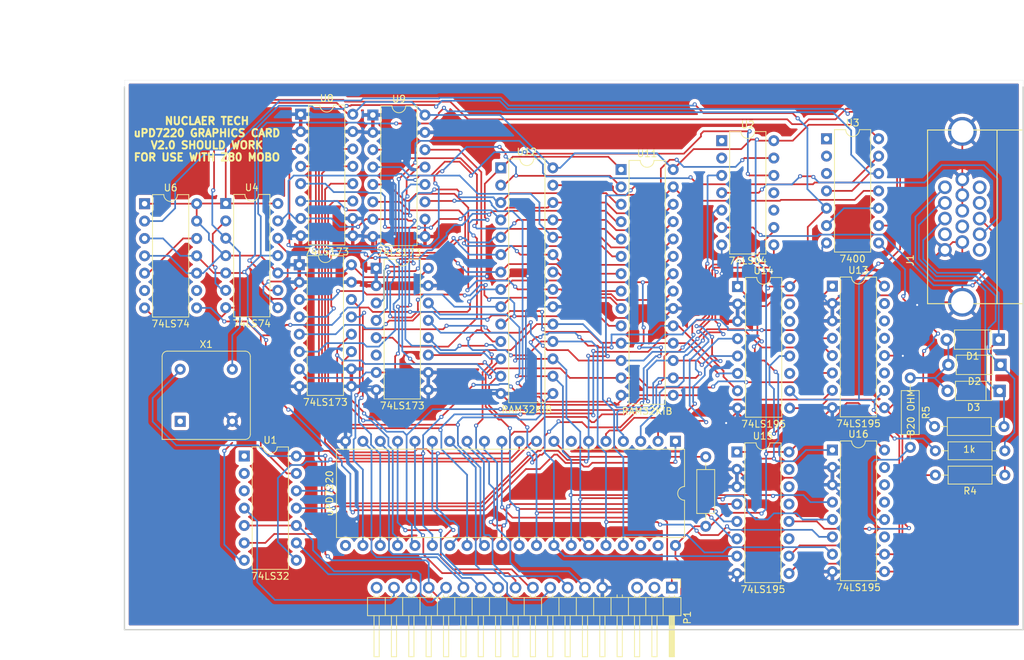
<source format=kicad_pcb>
(kicad_pcb (version 20211014) (generator pcbnew)

  (general
    (thickness 1.6)
  )

  (paper "A4")
  (layers
    (0 "F.Cu" signal)
    (31 "B.Cu" signal)
    (32 "B.Adhes" user "B.Adhesive")
    (33 "F.Adhes" user "F.Adhesive")
    (34 "B.Paste" user)
    (35 "F.Paste" user)
    (36 "B.SilkS" user "B.Silkscreen")
    (37 "F.SilkS" user "F.Silkscreen")
    (38 "B.Mask" user)
    (39 "F.Mask" user)
    (40 "Dwgs.User" user "User.Drawings")
    (41 "Cmts.User" user "User.Comments")
    (42 "Eco1.User" user "User.Eco1")
    (43 "Eco2.User" user "User.Eco2")
    (44 "Edge.Cuts" user)
    (45 "Margin" user)
    (46 "B.CrtYd" user "B.Courtyard")
    (47 "F.CrtYd" user "F.Courtyard")
    (48 "B.Fab" user)
    (49 "F.Fab" user)
  )

  (setup
    (pad_to_mask_clearance 0.2)
    (pcbplotparams
      (layerselection 0x00030f0_80000001)
      (disableapertmacros false)
      (usegerberextensions false)
      (usegerberattributes true)
      (usegerberadvancedattributes true)
      (creategerberjobfile true)
      (svguseinch false)
      (svgprecision 6)
      (excludeedgelayer true)
      (plotframeref false)
      (viasonmask false)
      (mode 1)
      (useauxorigin false)
      (hpglpennumber 1)
      (hpglpenspeed 20)
      (hpglpendiameter 15.000000)
      (dxfpolygonmode true)
      (dxfimperialunits true)
      (dxfusepcbnewfont true)
      (psnegative false)
      (psa4output false)
      (plotreference true)
      (plotvalue true)
      (plotinvisibletext false)
      (sketchpadsonfab false)
      (subtractmaskfromsilk false)
      (outputformat 1)
      (mirror false)
      (drillshape 0)
      (scaleselection 1)
      (outputdirectory "gerber2/")
    )
  )

  (net 0 "")
  (net 1 "Net-(D1-Pad1)")
  (net 2 "Net-(D1-Pad2)")
  (net 3 "Net-(D2-Pad1)")
  (net 4 "Net-(D3-Pad1)")
  (net 5 "/VS")
  (net 6 "/HS")
  (net 7 "GND")
  (net 8 "Net-(P1-Pad1)")
  (net 9 "Net-(P1-Pad6)")
  (net 10 "Net-(P1-Pad7)")
  (net 11 "Net-(P1-Pad8)")
  (net 12 "Net-(P1-Pad9)")
  (net 13 "Net-(P1-Pad10)")
  (net 14 "Net-(P1-Pad11)")
  (net 15 "Net-(P1-Pad12)")
  (net 16 "Net-(P1-Pad13)")
  (net 17 "Net-(P1-Pad14)")
  (net 18 "+5V")
  (net 19 "Net-(P1-Pad16)")
  (net 20 "Net-(P1-Pad17)")
  (net 21 "Net-(R1-Pad2)")
  (net 22 "Net-(R2-Pad2)")
  (net 23 "Net-(R3-Pad2)")
  (net 24 "Net-(R4-Pad2)")
  (net 25 "Net-(R5-Pad2)")
  (net 26 "Net-(U5-Pad10)")
  (net 27 "Net-(U5-Pad9)")
  (net 28 "Net-(U11-Pad22)")
  (net 29 "Net-(U5-Pad6)")
  (net 30 "Net-(U3-Pad13)")
  (net 31 "Net-(U13-Pad9)")
  (net 32 "Net-(U13-Pad10)")
  (net 33 "Net-(U5-Pad1)")
  (net 34 "Net-(U11-Pad27)")
  (net 35 "Net-(U5-Pad2)")
  (net 36 "Net-(U4-Pad12)")
  (net 37 "Net-(U4-Pad2)")
  (net 38 "/AD0")
  (net 39 "/AD1")
  (net 40 "/AD2")
  (net 41 "/BLANK")
  (net 42 "/AD3")
  (net 43 "/AD4")
  (net 44 "/AD5")
  (net 45 "/AD6")
  (net 46 "/AD7")
  (net 47 "/AD8")
  (net 48 "/AD9")
  (net 49 "/AD10")
  (net 50 "/AD11")
  (net 51 "/AD12")
  (net 52 "/AD13")
  (net 53 "/AD14")
  (net 54 "/AD15")
  (net 55 "Net-(U6-Pad12)")
  (net 56 "/A0")
  (net 57 "/A1")
  (net 58 "/A2")
  (net 59 "/A3")
  (net 60 "/A4")
  (net 61 "/A5")
  (net 62 "/A6")
  (net 63 "/A7")
  (net 64 "/A8")
  (net 65 "/A9")
  (net 66 "/A10")
  (net 67 "/A11")
  (net 68 "/A12")
  (net 69 "/A13")
  (net 70 "/A14")
  (net 71 "Net-(J1-Pad14)")
  (net 72 "Net-(J1-Pad13)")
  (net 73 "Net-(U13-Pad1)")
  (net 74 "Net-(U10-Pad7)")
  (net 75 "Net-(U3-Pad6)")
  (net 76 "Net-(U4-Pad9)")
  (net 77 "unconnected-(J1-Pad4)")
  (net 78 "unconnected-(J1-Pad9)")
  (net 79 "unconnected-(J1-Pad11)")
  (net 80 "unconnected-(J1-Pad12)")
  (net 81 "unconnected-(J1-Pad15)")
  (net 82 "unconnected-(P1-Pad2)")
  (net 83 "unconnected-(P1-Pad3)")
  (net 84 "unconnected-(P1-Pad18)")
  (net 85 "unconnected-(U1-Pad1)")
  (net 86 "unconnected-(U1-Pad2)")
  (net 87 "unconnected-(U1-Pad3)")
  (net 88 "unconnected-(U2-Pad1)")
  (net 89 "unconnected-(U2-Pad2)")
  (net 90 "unconnected-(U2-Pad10)")
  (net 91 "unconnected-(U2-Pad11)")
  (net 92 "unconnected-(U3-Pad1)")
  (net 93 "unconnected-(U3-Pad2)")
  (net 94 "unconnected-(U3-Pad3)")
  (net 95 "unconnected-(U5-Pad7)")
  (net 96 "unconnected-(U5-Pad21)")
  (net 97 "unconnected-(U5-Pad38)")
  (net 98 "unconnected-(U5-Pad39)")
  (net 99 "unconnected-(U6-Pad6)")
  (net 100 "unconnected-(U6-Pad9)")
  (net 101 "/A15")
  (net 102 "unconnected-(U13-Pad11)")
  (net 103 "unconnected-(U13-Pad13)")
  (net 104 "unconnected-(U13-Pad14)")
  (net 105 "unconnected-(U13-Pad15)")
  (net 106 "unconnected-(U14-Pad11)")
  (net 107 "unconnected-(U14-Pad13)")
  (net 108 "unconnected-(U14-Pad14)")
  (net 109 "unconnected-(U14-Pad15)")
  (net 110 "unconnected-(U15-Pad11)")
  (net 111 "unconnected-(U15-Pad13)")
  (net 112 "unconnected-(U15-Pad14)")
  (net 113 "unconnected-(U15-Pad15)")
  (net 114 "unconnected-(U16-Pad11)")
  (net 115 "unconnected-(U16-Pad13)")
  (net 116 "unconnected-(U16-Pad14)")
  (net 117 "unconnected-(U16-Pad15)")

  (footprint "Diodes_THT:D_A-405_P7.62mm_Horizontal" (layer "F.Cu") (at 170.43 118.23 180))

  (footprint "Diodes_THT:D_A-405_P7.62mm_Horizontal" (layer "F.Cu") (at 170.68 121.92 180))

  (footprint "Diodes_THT:D_A-405_P7.62mm_Horizontal" (layer "F.Cu") (at 170.56 125.73 180))

  (footprint "NTI:VGA" (layer "F.Cu") (at 165.1 100.27 90))

  (footprint "Pin_Headers:Pin_Header_Angled_1x18_Pitch2.54mm" (layer "F.Cu") (at 122.61 154.51 -90))

  (footprint "Resistors_THT:R_Axial_DIN0207_L6.3mm_D2.5mm_P10.16mm_Horizontal" (layer "F.Cu") (at 127.57 145.53 90))

  (footprint "Resistors_THT:R_Axial_DIN0207_L6.3mm_D2.5mm_P10.16mm_Horizontal" (layer "F.Cu") (at 171.2 130.94 180))

  (footprint "Resistors_THT:R_Axial_DIN0207_L6.3mm_D2.5mm_P10.16mm_Horizontal" (layer "F.Cu") (at 171.32 134.49 180))

  (footprint "Resistors_THT:R_Axial_DIN0207_L6.3mm_D2.5mm_P10.16mm_Horizontal" (layer "F.Cu") (at 171.32 138.05 180))

  (footprint "Resistors_THT:R_Axial_DIN0207_L6.3mm_D2.5mm_P10.16mm_Horizontal" (layer "F.Cu") (at 157.49 123.82 -90))

  (footprint "Housings_DIP:DIP-14_W7.62mm" (layer "F.Cu") (at 60.07 135.26))

  (footprint "Housings_DIP:DIP-14_W7.62mm" (layer "F.Cu") (at 129.91 89.13))

  (footprint "Housings_DIP:DIP-14_W7.62mm" (layer "F.Cu") (at 145.24 88.85))

  (footprint "Housings_DIP:DIP-14_W7.62mm" (layer "F.Cu") (at 57.36 98.32))

  (footprint "Housings_DIP:DIP-40_W15.24mm" (layer "F.Cu") (at 123.14 133.1 -90))

  (footprint "Housings_DIP:DIP-14_W7.62mm" (layer "F.Cu") (at 45.49 98.35))

  (footprint "Housings_DIP:DIP-16_W7.62mm" (layer "F.Cu") (at 68.12 107.28))

  (footprint "Housings_DIP:DIP-16_W7.62mm" (layer "F.Cu") (at 68.32 85.26))

  (footprint "Housings_DIP:DIP-16_W7.62mm" (layer "F.Cu") (at 78.88 85.37))

  (footprint "Housings_DIP:DIP-16_W7.62mm" (layer "F.Cu") (at 79.37 107.79))

  (footprint "Housings_DIP:DIP-28_W7.62mm" (layer "F.Cu") (at 115.19 93.35))

  (footprint "Housings_DIP:DIP-28_W7.62mm" (layer "F.Cu") (at 97.59 93.1))

  (footprint "Housings_DIP:DIP-16_W7.62mm" (layer "F.Cu") (at 146.09 110.41))

  (footprint "Housings_DIP:DIP-16_W7.62mm" (layer "F.Cu") (at 132.23 110.47))

  (footprint "Housings_DIP:DIP-16_W7.62mm" (layer "F.Cu") (at 132.13 134.66))

  (footprint "Housings_DIP:DIP-16_W7.62mm" (layer "F.Cu") (at 146.1 134.38))

  (footprint "Oscillators:Oscillator_DIP-8" (layer "F.Cu") (at 50.7 130.18))

  (gr_line (start 42.545 80.28) (end 173.99 80.28) (layer "Edge.Cuts") (width 0.0254) (tstamp 099396e7-af51-49b8-84db-2ac22b597b8e))
  (gr_line (start 42.5704 80.264) (end 42.5704 80.2894) (layer "Edge.Cuts") (width 0.0254) (tstamp 12bfe1c9-aa5a-4606-86ed-0f87a75ca74a))
  (gr_line (start 173.99 160.655) (end 42.545 160.655) (layer "Edge.Cuts") (width 0.2) (tstamp 19871f02-4589-4807-a315-ad2bb3b9a6d0))
  (gr_line (start 173.99 81.28) (end 173.99 160.655) (layer "Edge.Cuts") (width 0.2) (tstamp 4a17db1b-6259-4733-b92d-2cb02206c04a))
  (gr_line (start 42.545 160.655) (end 42.545 81.28) (layer "Edge.Cuts") (width 0.2) (tstamp 6563101f-fce4-4916-ae57-d813b014fada))
  (gr_line (start 42.5704 81.2546) (end 42.5704 80.264) (layer "Edge.Cuts") (width 0.0254) (tstamp 9f84eb3d-b974-4f25-be44-4c69aa7405b4))
  (gr_line (start 173.99 81.28) (end 173.99 80.264) (layer "Edge.Cuts") (width 0.0254) (tstamp ae0471f9-847a-4df2-8597-62e392693416))
  (gr_line (start 173.99 160.49) (end 173.98 160.49) (layer "F.Fab") (width 0.2) (tstamp 1a7f13d0-550a-4087-a391-f004814342ee))
  (gr_text "NUCLAER TECH\nuPD7220 GRAPHICS CARD\nV2.0 SHOULD WORK\nFOR USE WITH Z80 MOBO\n" (at 54.61 88.9) (layer "F.SilkS") (tstamp 488a78cd-bffe-4012-8063-28c53b6dda06)
    (effects (font (size 1.1 1.1) (thickness 0.275)))
  )
  (dimension (type aligned) (layer "Eco2.User") (tstamp 4b9ce6ea-fef2-4f6f-b331-c0d3828d9f38)
    (pts (xy 38.735 160.655) (xy 38.735 81.28))
    (height -1.27)
    (gr_text "79.3750 mm" (at 35.665 120.9675 90) (layer "Eco2.User") (tstamp 4b9ce6ea-fef2-4f6f-b331-c0d3828d9f38)
      (effects (font (size 1.5 1.5) (thickness 0.3)))
    )
    (format (units 2) (units_format 1) (precision 4))
    (style (thickness 0.3) (arrow_length 1.27) (text_position_mode 0) (extension_height 0.58642) (extension_offset 0) keep_text_aligned)
  )
  (dimension (type aligned) (layer "Eco2.User") (tstamp dce1bc89-b455-4a88-9f1f-084cc91ae473)
    (pts (xy 42.545 79.375) (xy 173.99 79.375))
    (height -0.635)
    (gr_text "131.4450 mm" (at 108.2675 76.94) (layer "Eco2.User") (tstamp dce1bc89-b455-4a88-9f1f-084cc91ae473)
      (effects (font (size 1.5 1.5) (thickness 0.3)))
    )
    (format (units 2) (units_format 1) (precision 4))
    (style (thickness 0.3) (arrow_length 1.27) (text_position_mode 0) (extension_height 0.58642) (extension_offset 0) keep_text_aligned)
  )
  (dimension (type aligned) (layer "F.Fab") (tstamp 3cac0e26-49ea-4458-a87f-563a03a25399)
    (pts (xy 31.75 81.28) (xy 31.75 160.655))
    (height -1.905)
    (gr_text "79.3750 mm" (at 31.855 120.9675 90) (layer "F.Fab") (tstamp 3cac0e26-49ea-4458-a87f-563a03a25399)
      (effects (font (size 1.5 1.5) (thickness 0.3)))
    )
    (format (units 2) (units_format 1) (precision 4))
    (style (thickness 0.3) (arrow_length 1.27) (text_position_mode 0) (extension_height 0.58642) (extension_offset 0) keep_text_aligned)
  )
  (dimension (type aligned) (layer "F.Fab") (tstamp 968eacf1-b14d-41d5-979c-6cd2b5e63772)
    (pts (xy 173.99 73.66) (xy 42.545 73.66))
    (height 1.905)
    (gr_text "131.4450 mm" (at 108.2675 69.955) (layer "F.Fab") (tstamp 968eacf1-b14d-41d5-979c-6cd2b5e63772)
      (effects (font (size 1.5 1.5) (thickness 0.3)))
    )
    (format (units 2) (units_format 1) (precision 4))
    (style (thickness 0.3) (arrow_length 1.27) (text_position_mode 0) (extension_height 0.58642) (extension_offset 0) keep_text_aligned)
  )

  (segment (start 171.32 136.522) (end 169.291 134.493) (width 0.25) (layer "F.Cu") (net 1) (tstamp 00000000-0000-0000-0000-000059d3a311))
  (segment (start 169.291 134.493) (end 169.291 119.369) (width 0.25) (layer "F.Cu") (net 1) (tstamp 00000000-0000-0000-0000-000059d3a313))
  (segment (start 169.291 119.369) (end 170.43 118.23) (width 0.25) (layer "F.Cu") (net 1) (tstamp 00000000-0000-0000-0000-000059d3a315))
  (segment (start 171.32 138.05) (end 171.32 136.522) (width 0.25) (layer "F.Cu") (net 1) (tstamp 67c5f371-d54d-4214-8517-4a1700978e3c))
  (segment (start 170.43 111.375) (end 167.513 108.458) (width 0.25) (layer "B.Cu") (net 1) (tstamp 00000000-0000-0000-0000-000059d39a9b))
  (segment (start 167.513 108.458) (end 161.417 108.458) (width 0.25) (layer "B.Cu") (net 1) (tstamp 00000000-0000-0000-0000-000059d39a9d))
  (segment (start 161.417 108.458) (end 159.385 106.426) (width 0.25) (layer "B.Cu") (net 1) (tstamp 00000000-0000-0000-0000-000059d39a9f))
  (segment (start 159.385 106.426) (end 159.385 103.7) (width 0.25) (layer "B.Cu") (net 1) (tstamp 00000000-0000-0000-0000-000059d39aa1))
  (segment (start 159.385 103.7) (end 162.56 100.525) (width 0.25) (layer "B.Cu") (net 1) (tstamp 00000000-0000-0000-0000-000059d39aa3))
  (segment (start 170.43 118.23) (end 170.43 111.375) (width 0.25) (layer "B.Cu") (net 1) (tstamp a435f8ae-0302-40e0-a85b-76c9181e4186))
  (segment (start 161.03 123.82) (end 162.94 125.73) (width 0.25) (layer "B.Cu") (net 2) (tstamp 00000000-0000-0000-0000-000059d39ac6))
  (segment (start 161.16 123.82) (end 163.06 121.92) (width 0.25) (layer "B.Cu") (net 2) (tstamp 00000000-0000-0000-0000-000059d39acb))
  (segment (start 163.06 121.92) (end 163.06 118.48) (width 0.25) (layer "B.Cu") (net 2) (tstamp 05b32e84-4b2f-441f-95d8-6688bde89fe1))
  (segment (start 161.03 123.82) (end 161.16 123.82) (width 0.25) (layer "B.Cu") (net 2) (tstamp 591b378a-67db-4fb1-aec2-b47ec5fbdf1e))
  (segment (start 157.49 123.82) (end 161.03 123.82) (width 0.25) (layer "B.Cu") (net 2) (tstamp a6b28040-fb3e-4921-8935-0f59a60b84c3))
  (segment (start 161.988 98.235) (end 158.75 101.473) (width 0.25) (layer "B.Cu") (net 3) (tstamp 00000000-0000-0000-0000-000059d39aa6))
  (segment (start 158.75 101.473) (end 158.75 106.427398) (width 0.25) (layer "B.Cu") (net 3) (tstamp 00000000-0000-0000-0000-000059d39aa7))
  (segment (start 158.75 106.427398) (end 161.288602 108.966) (width 0.25) (layer "B.Cu") (net 3) (tstamp 00000000-0000-0000-0000-000059d39aa9))
  (segment (start 161.288602 108.966) (end 167.132 108.966) (width 0.25) (layer "B.Cu") (net 3) (tstamp 00000000-0000-0000-0000-000059d39aab))
  (segment (start 167.132 108.966) (end 169.979998 111.813998) (width 0.25) (layer "B.Cu") (net 3) (tstamp 00000000-0000-0000-0000-000059d39aad))
  (segment (start 169.979998 111.813998) (end 169.979998 115.516002) (width 0.25) (layer "B.Cu") (net 3) (tstamp 00000000-0000-0000-0000-000059d39aaf))
  (segment (start 169.979998 115.516002) (end 168.91 116.586) (width 0.25) (layer "B.Cu") (net 3) (tstamp 00000000-0000-0000-0000-000059d39ab1))
  (segment (start 168.91 116.586) (end 168.91 120.15) (width 0.25) (layer "B.Cu") (net 3) (tstamp 00000000-0000-0000-0000-000059d39ab3))
  (segment (start 168.91 120.15) (end 170.68 121.92) (width 0.25) (layer "B.Cu") (net 3) (tstamp 00000000-0000-0000-0000-000059d39ab5))
  (segment (start 171.32 133.226) (end 172.72 131.826) (width 0.25) (layer "B.Cu") (net 3) (tstamp 00000000-0000-0000-0000-000059d3a2fa))
  (segment (start 172.72 131.826) (end 172.72 123.96) (width 0.25) (layer "B.Cu") (net 3) (tstamp 00000000-0000-0000-0000-000059d3a2fc))
  (segment (start 172.72 123.96) (end 170.68 121.92) (width 0.25) (layer "B.Cu") (net 3) (tstamp 00000000-0000-0000-0000-000059d3a2fe))
  (segment (start 171.32 134.49) (end 171.32 133.226) (width 0.25) (layer "B.Cu") (net 3) (tstamp 6237a5e7-14d1-4323-bd37-d0bbbfd4754e))
  (segment (start 170.053 125.73) (end 168.459998 124.136998) (width 0.25) (layer "B.Cu") (net 4) (tstamp 00000000-0000-0000-0000-000059d39ab8))
  (segment (start 168.459998 124.136998) (end 168.459998 111.055998) (width 0.25) (layer "B.Cu") (net 4) (tstamp 00000000-0000-0000-0000-000059d39ab9))
  (segment (start 168.459998 111.055998) (end 167.005 109.601) (width 0.25) (layer "B.Cu") (net 4) (tstamp 00000000-0000-0000-0000-000059d39abb))
  (segment (start 167.005 109.601) (end 161.036 109.601) (width 0.25) (layer "B.Cu") (net 4) (tstamp 00000000-0000-0000-0000-000059d39abd))
  (segment (start 161.036 109.601) (end 158.242 106.807) (width 0.25) (layer "B.Cu") (net 4) (tstamp 00000000-0000-0000-0000-000059d39abf))
  (segment (start 158.242 106.807) (end 158.242 100.263) (width 0.25) (layer "B.Cu") (net 4) (tstamp 00000000-0000-0000-0000-000059d39ac0))
  (segment (start 158.242 100.263) (end 162.56 95.945) (width 0.25) (layer "B.Cu") (net 4) (tstamp 00000000-0000-0000-0000-000059d39ac2))
  (segment (start 171.2 130.94) (end 171.2 126.37) (width 0.25) (layer "B.Cu") (net 4) (tstamp 4a7450ae-9082-4518-8e4b-eb325e62474a))
  (segment (start 120.8786 124.5108) (end 121.5136 123.8758) (width 0.25) (layer "F.Cu") (net 5) (tstamp 00000000-0000-0000-0000-00005c997945))
  (segment (start 121.5136 123.8758) (end 121.5136 120.7008) (width 0.25) (layer "F.Cu") (net 5) (tstamp 00000000-0000-0000-0000-00005c997946))
  (segment (start 121.5136 120.7008) (end 122.1994 120.015) (width 0.25) (layer "F.Cu") (net 5) (tstamp 00000000-0000-0000-0000-00005c997953))
  (segment (start 122.1994 120.015) (end 123.5456 120.015) (width 0.25) (layer "F.Cu") (net 5) (tstamp 00000000-0000-0000-0000-00005c99795d))
  (segment (start 123.5456 120.015) (end 124.1806 119.38) (width 0.25) (layer "F.Cu") (net 5) (tstamp 00000000-0000-0000-0000-00005c99795f))
  (segment (start 125.7808 117.5258) (end 125.603 117.348) (width 0.25) (layer "F.Cu") (net 5) (tstamp 00000000-0000-0000-0000-00005c997972))
  (segment (start 125.603 117.348) (end 125.603 116.0018) (width 0.25) (layer "F.Cu") (net 5) (tstamp 00000000-0000-0000-0000-00005c997973))
  (segment (start 125.603 116.0018) (end 126.2126 115.3922) (width 0.25) (layer "F.Cu") (net 5) (tstamp 00000000-0000-0000-0000-00005c997976))
  (segment (start 126.2126 115.3922) (end 126.897002 115.3922) (width 0.25) (layer "F.Cu") (net 5) (tstamp 00000000-0000-0000-0000-00005c997978))
  (segment (start 126.897002 115.3922) (end 127.623996 114.665206) (width 0.25) (layer "F.Cu") (net 5) (tstamp 00000000-0000-0000-0000-00005c997980))
  (segment (start 127.623996 114.665206) (end 127.623996 107.300604) (width 0.25) (layer "F.Cu") (net 5) (tstamp 00000000-0000-0000-0000-00005c997981))
  (segment (start 127.623996 107.300604) (end 127.8128 107.1118) (width 0.25) (layer "F.Cu") (net 5) (tstamp 00000000-0000-0000-0000-00005c997982))
  (via (at 120.8786 124.5108) (size 0.6) (drill 0.3) (layers "F.Cu" "B.Cu") (net 5) (tstamp 416ab41e-6213-419e-99b6-f0bd120b5182))
  (via (at 125.7808 117.5258) (size 0.6) (drill 0.3) (layers "F.Cu" "B.Cu") (net 5) (tstamp 56bba9ba-3886-4d04-b04e-c8abe8d44a31))
  (via (at 124.1806 119.38) (size 0.6) (drill 0.3) (layers "F.Cu" "B.Cu") (net 5) (tstamp 717f9166-73ed-4afa-9c3b-31df52b178bf))
  (via (at 127.8128 107.1118) (size 0.6) (drill 0.3) (layers "F.Cu" "B.Cu") (net 5) (tstamp 911f3232-44e9-460f-88eb-70fc97808395))
  (segment (start 115.52 132.1824) (end 114.623002 131.285402) (width 0.25) (layer "B.Cu") (net 5) (tstamp 00000000-0000-0000-0000-00005c997922))
  (segment (start 114.623002 131.285402) (end 114.623002 128.861398) (width 0.25) (layer "B.Cu") (net 5) (tstamp 00000000-0000-0000-0000-00005c99793b))
  (segment (start 114.623002 128.861398) (end 114.8842 128.6002) (width 0.25) (layer "B.Cu") (net 5) (tstamp 00000000-0000-0000-0000-00005c99793c))
  (segment (start 114.8842 128.6002) (end 119.5832 128.6002) (width 0.25) (layer "B.Cu") (net 5) (tstamp 00000000-0000-0000-0000-00005c99793d))
... [1782712 chars truncated]
</source>
